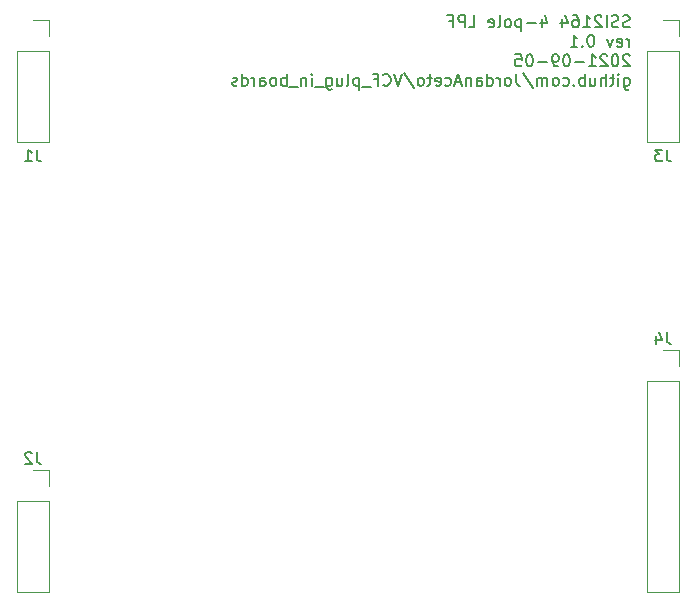
<source format=gbo>
G04 #@! TF.GenerationSoftware,KiCad,Pcbnew,5.1.10-88a1d61d58~90~ubuntu20.04.1*
G04 #@! TF.CreationDate,2021-09-06T13:30:35-04:00*
G04 #@! TF.ProjectId,four_pole_lpf,666f7572-5f70-46f6-9c65-5f6c70662e6b,0.1*
G04 #@! TF.SameCoordinates,Original*
G04 #@! TF.FileFunction,Legend,Bot*
G04 #@! TF.FilePolarity,Positive*
%FSLAX46Y46*%
G04 Gerber Fmt 4.6, Leading zero omitted, Abs format (unit mm)*
G04 Created by KiCad (PCBNEW 5.1.10-88a1d61d58~90~ubuntu20.04.1) date 2021-09-06 13:30:35*
%MOMM*%
%LPD*%
G01*
G04 APERTURE LIST*
%ADD10C,0.150000*%
%ADD11C,0.120000*%
%ADD12C,1.542000*%
%ADD13O,1.802000X1.802000*%
G04 APERTURE END LIST*
D10*
X144492023Y-67779761D02*
X144349166Y-67827380D01*
X144111071Y-67827380D01*
X144015833Y-67779761D01*
X143968214Y-67732142D01*
X143920595Y-67636904D01*
X143920595Y-67541666D01*
X143968214Y-67446428D01*
X144015833Y-67398809D01*
X144111071Y-67351190D01*
X144301547Y-67303571D01*
X144396785Y-67255952D01*
X144444404Y-67208333D01*
X144492023Y-67113095D01*
X144492023Y-67017857D01*
X144444404Y-66922619D01*
X144396785Y-66875000D01*
X144301547Y-66827380D01*
X144063452Y-66827380D01*
X143920595Y-66875000D01*
X143539642Y-67779761D02*
X143396785Y-67827380D01*
X143158690Y-67827380D01*
X143063452Y-67779761D01*
X143015833Y-67732142D01*
X142968214Y-67636904D01*
X142968214Y-67541666D01*
X143015833Y-67446428D01*
X143063452Y-67398809D01*
X143158690Y-67351190D01*
X143349166Y-67303571D01*
X143444404Y-67255952D01*
X143492023Y-67208333D01*
X143539642Y-67113095D01*
X143539642Y-67017857D01*
X143492023Y-66922619D01*
X143444404Y-66875000D01*
X143349166Y-66827380D01*
X143111071Y-66827380D01*
X142968214Y-66875000D01*
X142539642Y-67827380D02*
X142539642Y-66827380D01*
X142111071Y-66922619D02*
X142063452Y-66875000D01*
X141968214Y-66827380D01*
X141730119Y-66827380D01*
X141634880Y-66875000D01*
X141587261Y-66922619D01*
X141539642Y-67017857D01*
X141539642Y-67113095D01*
X141587261Y-67255952D01*
X142158690Y-67827380D01*
X141539642Y-67827380D01*
X140587261Y-67827380D02*
X141158690Y-67827380D01*
X140872976Y-67827380D02*
X140872976Y-66827380D01*
X140968214Y-66970238D01*
X141063452Y-67065476D01*
X141158690Y-67113095D01*
X139730119Y-66827380D02*
X139920595Y-66827380D01*
X140015833Y-66875000D01*
X140063452Y-66922619D01*
X140158690Y-67065476D01*
X140206309Y-67255952D01*
X140206309Y-67636904D01*
X140158690Y-67732142D01*
X140111071Y-67779761D01*
X140015833Y-67827380D01*
X139825357Y-67827380D01*
X139730119Y-67779761D01*
X139682500Y-67732142D01*
X139634880Y-67636904D01*
X139634880Y-67398809D01*
X139682500Y-67303571D01*
X139730119Y-67255952D01*
X139825357Y-67208333D01*
X140015833Y-67208333D01*
X140111071Y-67255952D01*
X140158690Y-67303571D01*
X140206309Y-67398809D01*
X138777738Y-67160714D02*
X138777738Y-67827380D01*
X139015833Y-66779761D02*
X139253928Y-67494047D01*
X138634880Y-67494047D01*
X137063452Y-67160714D02*
X137063452Y-67827380D01*
X137301547Y-66779761D02*
X137539642Y-67494047D01*
X136920595Y-67494047D01*
X136539642Y-67446428D02*
X135777738Y-67446428D01*
X135301547Y-67160714D02*
X135301547Y-68160714D01*
X135301547Y-67208333D02*
X135206309Y-67160714D01*
X135015833Y-67160714D01*
X134920595Y-67208333D01*
X134872976Y-67255952D01*
X134825357Y-67351190D01*
X134825357Y-67636904D01*
X134872976Y-67732142D01*
X134920595Y-67779761D01*
X135015833Y-67827380D01*
X135206309Y-67827380D01*
X135301547Y-67779761D01*
X134253928Y-67827380D02*
X134349166Y-67779761D01*
X134396785Y-67732142D01*
X134444404Y-67636904D01*
X134444404Y-67351190D01*
X134396785Y-67255952D01*
X134349166Y-67208333D01*
X134253928Y-67160714D01*
X134111071Y-67160714D01*
X134015833Y-67208333D01*
X133968214Y-67255952D01*
X133920595Y-67351190D01*
X133920595Y-67636904D01*
X133968214Y-67732142D01*
X134015833Y-67779761D01*
X134111071Y-67827380D01*
X134253928Y-67827380D01*
X133349166Y-67827380D02*
X133444404Y-67779761D01*
X133492023Y-67684523D01*
X133492023Y-66827380D01*
X132587261Y-67779761D02*
X132682500Y-67827380D01*
X132872976Y-67827380D01*
X132968214Y-67779761D01*
X133015833Y-67684523D01*
X133015833Y-67303571D01*
X132968214Y-67208333D01*
X132872976Y-67160714D01*
X132682500Y-67160714D01*
X132587261Y-67208333D01*
X132539642Y-67303571D01*
X132539642Y-67398809D01*
X133015833Y-67494047D01*
X130872976Y-67827380D02*
X131349166Y-67827380D01*
X131349166Y-66827380D01*
X130539642Y-67827380D02*
X130539642Y-66827380D01*
X130158690Y-66827380D01*
X130063452Y-66875000D01*
X130015833Y-66922619D01*
X129968214Y-67017857D01*
X129968214Y-67160714D01*
X130015833Y-67255952D01*
X130063452Y-67303571D01*
X130158690Y-67351190D01*
X130539642Y-67351190D01*
X129206309Y-67303571D02*
X129539642Y-67303571D01*
X129539642Y-67827380D02*
X129539642Y-66827380D01*
X129063452Y-66827380D01*
X144444404Y-69477380D02*
X144444404Y-68810714D01*
X144444404Y-69001190D02*
X144396785Y-68905952D01*
X144349166Y-68858333D01*
X144253928Y-68810714D01*
X144158690Y-68810714D01*
X143444404Y-69429761D02*
X143539642Y-69477380D01*
X143730119Y-69477380D01*
X143825357Y-69429761D01*
X143872976Y-69334523D01*
X143872976Y-68953571D01*
X143825357Y-68858333D01*
X143730119Y-68810714D01*
X143539642Y-68810714D01*
X143444404Y-68858333D01*
X143396785Y-68953571D01*
X143396785Y-69048809D01*
X143872976Y-69144047D01*
X143063452Y-68810714D02*
X142825357Y-69477380D01*
X142587261Y-68810714D01*
X141253928Y-68477380D02*
X141158690Y-68477380D01*
X141063452Y-68525000D01*
X141015833Y-68572619D01*
X140968214Y-68667857D01*
X140920595Y-68858333D01*
X140920595Y-69096428D01*
X140968214Y-69286904D01*
X141015833Y-69382142D01*
X141063452Y-69429761D01*
X141158690Y-69477380D01*
X141253928Y-69477380D01*
X141349166Y-69429761D01*
X141396785Y-69382142D01*
X141444404Y-69286904D01*
X141492023Y-69096428D01*
X141492023Y-68858333D01*
X141444404Y-68667857D01*
X141396785Y-68572619D01*
X141349166Y-68525000D01*
X141253928Y-68477380D01*
X140492023Y-69382142D02*
X140444404Y-69429761D01*
X140492023Y-69477380D01*
X140539642Y-69429761D01*
X140492023Y-69382142D01*
X140492023Y-69477380D01*
X139492023Y-69477380D02*
X140063452Y-69477380D01*
X139777738Y-69477380D02*
X139777738Y-68477380D01*
X139872976Y-68620238D01*
X139968214Y-68715476D01*
X140063452Y-68763095D01*
X144492023Y-70222619D02*
X144444404Y-70175000D01*
X144349166Y-70127380D01*
X144111071Y-70127380D01*
X144015833Y-70175000D01*
X143968214Y-70222619D01*
X143920595Y-70317857D01*
X143920595Y-70413095D01*
X143968214Y-70555952D01*
X144539642Y-71127380D01*
X143920595Y-71127380D01*
X143301547Y-70127380D02*
X143206309Y-70127380D01*
X143111071Y-70175000D01*
X143063452Y-70222619D01*
X143015833Y-70317857D01*
X142968214Y-70508333D01*
X142968214Y-70746428D01*
X143015833Y-70936904D01*
X143063452Y-71032142D01*
X143111071Y-71079761D01*
X143206309Y-71127380D01*
X143301547Y-71127380D01*
X143396785Y-71079761D01*
X143444404Y-71032142D01*
X143492023Y-70936904D01*
X143539642Y-70746428D01*
X143539642Y-70508333D01*
X143492023Y-70317857D01*
X143444404Y-70222619D01*
X143396785Y-70175000D01*
X143301547Y-70127380D01*
X142587261Y-70222619D02*
X142539642Y-70175000D01*
X142444404Y-70127380D01*
X142206309Y-70127380D01*
X142111071Y-70175000D01*
X142063452Y-70222619D01*
X142015833Y-70317857D01*
X142015833Y-70413095D01*
X142063452Y-70555952D01*
X142634880Y-71127380D01*
X142015833Y-71127380D01*
X141063452Y-71127380D02*
X141634880Y-71127380D01*
X141349166Y-71127380D02*
X141349166Y-70127380D01*
X141444404Y-70270238D01*
X141539642Y-70365476D01*
X141634880Y-70413095D01*
X140634880Y-70746428D02*
X139872976Y-70746428D01*
X139206309Y-70127380D02*
X139111071Y-70127380D01*
X139015833Y-70175000D01*
X138968214Y-70222619D01*
X138920595Y-70317857D01*
X138872976Y-70508333D01*
X138872976Y-70746428D01*
X138920595Y-70936904D01*
X138968214Y-71032142D01*
X139015833Y-71079761D01*
X139111071Y-71127380D01*
X139206309Y-71127380D01*
X139301547Y-71079761D01*
X139349166Y-71032142D01*
X139396785Y-70936904D01*
X139444404Y-70746428D01*
X139444404Y-70508333D01*
X139396785Y-70317857D01*
X139349166Y-70222619D01*
X139301547Y-70175000D01*
X139206309Y-70127380D01*
X138396785Y-71127380D02*
X138206309Y-71127380D01*
X138111071Y-71079761D01*
X138063452Y-71032142D01*
X137968214Y-70889285D01*
X137920595Y-70698809D01*
X137920595Y-70317857D01*
X137968214Y-70222619D01*
X138015833Y-70175000D01*
X138111071Y-70127380D01*
X138301547Y-70127380D01*
X138396785Y-70175000D01*
X138444404Y-70222619D01*
X138492023Y-70317857D01*
X138492023Y-70555952D01*
X138444404Y-70651190D01*
X138396785Y-70698809D01*
X138301547Y-70746428D01*
X138111071Y-70746428D01*
X138015833Y-70698809D01*
X137968214Y-70651190D01*
X137920595Y-70555952D01*
X137492023Y-70746428D02*
X136730119Y-70746428D01*
X136063452Y-70127380D02*
X135968214Y-70127380D01*
X135872976Y-70175000D01*
X135825357Y-70222619D01*
X135777738Y-70317857D01*
X135730119Y-70508333D01*
X135730119Y-70746428D01*
X135777738Y-70936904D01*
X135825357Y-71032142D01*
X135872976Y-71079761D01*
X135968214Y-71127380D01*
X136063452Y-71127380D01*
X136158690Y-71079761D01*
X136206309Y-71032142D01*
X136253928Y-70936904D01*
X136301547Y-70746428D01*
X136301547Y-70508333D01*
X136253928Y-70317857D01*
X136206309Y-70222619D01*
X136158690Y-70175000D01*
X136063452Y-70127380D01*
X134825357Y-70127380D02*
X135301547Y-70127380D01*
X135349166Y-70603571D01*
X135301547Y-70555952D01*
X135206309Y-70508333D01*
X134968214Y-70508333D01*
X134872976Y-70555952D01*
X134825357Y-70603571D01*
X134777738Y-70698809D01*
X134777738Y-70936904D01*
X134825357Y-71032142D01*
X134872976Y-71079761D01*
X134968214Y-71127380D01*
X135206309Y-71127380D01*
X135301547Y-71079761D01*
X135349166Y-71032142D01*
X144015833Y-72110714D02*
X144015833Y-72920238D01*
X144063452Y-73015476D01*
X144111071Y-73063095D01*
X144206309Y-73110714D01*
X144349166Y-73110714D01*
X144444404Y-73063095D01*
X144015833Y-72729761D02*
X144111071Y-72777380D01*
X144301547Y-72777380D01*
X144396785Y-72729761D01*
X144444404Y-72682142D01*
X144492023Y-72586904D01*
X144492023Y-72301190D01*
X144444404Y-72205952D01*
X144396785Y-72158333D01*
X144301547Y-72110714D01*
X144111071Y-72110714D01*
X144015833Y-72158333D01*
X143539642Y-72777380D02*
X143539642Y-72110714D01*
X143539642Y-71777380D02*
X143587261Y-71825000D01*
X143539642Y-71872619D01*
X143492023Y-71825000D01*
X143539642Y-71777380D01*
X143539642Y-71872619D01*
X143206309Y-72110714D02*
X142825357Y-72110714D01*
X143063452Y-71777380D02*
X143063452Y-72634523D01*
X143015833Y-72729761D01*
X142920595Y-72777380D01*
X142825357Y-72777380D01*
X142492023Y-72777380D02*
X142492023Y-71777380D01*
X142063452Y-72777380D02*
X142063452Y-72253571D01*
X142111071Y-72158333D01*
X142206309Y-72110714D01*
X142349166Y-72110714D01*
X142444404Y-72158333D01*
X142492023Y-72205952D01*
X141158690Y-72110714D02*
X141158690Y-72777380D01*
X141587261Y-72110714D02*
X141587261Y-72634523D01*
X141539642Y-72729761D01*
X141444404Y-72777380D01*
X141301547Y-72777380D01*
X141206309Y-72729761D01*
X141158690Y-72682142D01*
X140682500Y-72777380D02*
X140682500Y-71777380D01*
X140682500Y-72158333D02*
X140587261Y-72110714D01*
X140396785Y-72110714D01*
X140301547Y-72158333D01*
X140253928Y-72205952D01*
X140206309Y-72301190D01*
X140206309Y-72586904D01*
X140253928Y-72682142D01*
X140301547Y-72729761D01*
X140396785Y-72777380D01*
X140587261Y-72777380D01*
X140682500Y-72729761D01*
X139777738Y-72682142D02*
X139730119Y-72729761D01*
X139777738Y-72777380D01*
X139825357Y-72729761D01*
X139777738Y-72682142D01*
X139777738Y-72777380D01*
X138872976Y-72729761D02*
X138968214Y-72777380D01*
X139158690Y-72777380D01*
X139253928Y-72729761D01*
X139301547Y-72682142D01*
X139349166Y-72586904D01*
X139349166Y-72301190D01*
X139301547Y-72205952D01*
X139253928Y-72158333D01*
X139158690Y-72110714D01*
X138968214Y-72110714D01*
X138872976Y-72158333D01*
X138301547Y-72777380D02*
X138396785Y-72729761D01*
X138444404Y-72682142D01*
X138492023Y-72586904D01*
X138492023Y-72301190D01*
X138444404Y-72205952D01*
X138396785Y-72158333D01*
X138301547Y-72110714D01*
X138158690Y-72110714D01*
X138063452Y-72158333D01*
X138015833Y-72205952D01*
X137968214Y-72301190D01*
X137968214Y-72586904D01*
X138015833Y-72682142D01*
X138063452Y-72729761D01*
X138158690Y-72777380D01*
X138301547Y-72777380D01*
X137539642Y-72777380D02*
X137539642Y-72110714D01*
X137539642Y-72205952D02*
X137492023Y-72158333D01*
X137396785Y-72110714D01*
X137253928Y-72110714D01*
X137158690Y-72158333D01*
X137111071Y-72253571D01*
X137111071Y-72777380D01*
X137111071Y-72253571D02*
X137063452Y-72158333D01*
X136968214Y-72110714D01*
X136825357Y-72110714D01*
X136730119Y-72158333D01*
X136682500Y-72253571D01*
X136682500Y-72777380D01*
X135492023Y-71729761D02*
X136349166Y-73015476D01*
X134872976Y-71777380D02*
X134872976Y-72491666D01*
X134920595Y-72634523D01*
X135015833Y-72729761D01*
X135158690Y-72777380D01*
X135253928Y-72777380D01*
X134253928Y-72777380D02*
X134349166Y-72729761D01*
X134396785Y-72682142D01*
X134444404Y-72586904D01*
X134444404Y-72301190D01*
X134396785Y-72205952D01*
X134349166Y-72158333D01*
X134253928Y-72110714D01*
X134111071Y-72110714D01*
X134015833Y-72158333D01*
X133968214Y-72205952D01*
X133920595Y-72301190D01*
X133920595Y-72586904D01*
X133968214Y-72682142D01*
X134015833Y-72729761D01*
X134111071Y-72777380D01*
X134253928Y-72777380D01*
X133492023Y-72777380D02*
X133492023Y-72110714D01*
X133492023Y-72301190D02*
X133444404Y-72205952D01*
X133396785Y-72158333D01*
X133301547Y-72110714D01*
X133206309Y-72110714D01*
X132444404Y-72777380D02*
X132444404Y-71777380D01*
X132444404Y-72729761D02*
X132539642Y-72777380D01*
X132730119Y-72777380D01*
X132825357Y-72729761D01*
X132872976Y-72682142D01*
X132920595Y-72586904D01*
X132920595Y-72301190D01*
X132872976Y-72205952D01*
X132825357Y-72158333D01*
X132730119Y-72110714D01*
X132539642Y-72110714D01*
X132444404Y-72158333D01*
X131539642Y-72777380D02*
X131539642Y-72253571D01*
X131587261Y-72158333D01*
X131682500Y-72110714D01*
X131872976Y-72110714D01*
X131968214Y-72158333D01*
X131539642Y-72729761D02*
X131634880Y-72777380D01*
X131872976Y-72777380D01*
X131968214Y-72729761D01*
X132015833Y-72634523D01*
X132015833Y-72539285D01*
X131968214Y-72444047D01*
X131872976Y-72396428D01*
X131634880Y-72396428D01*
X131539642Y-72348809D01*
X131063452Y-72110714D02*
X131063452Y-72777380D01*
X131063452Y-72205952D02*
X131015833Y-72158333D01*
X130920595Y-72110714D01*
X130777738Y-72110714D01*
X130682500Y-72158333D01*
X130634880Y-72253571D01*
X130634880Y-72777380D01*
X130206309Y-72491666D02*
X129730119Y-72491666D01*
X130301547Y-72777380D02*
X129968214Y-71777380D01*
X129634880Y-72777380D01*
X128872976Y-72729761D02*
X128968214Y-72777380D01*
X129158690Y-72777380D01*
X129253928Y-72729761D01*
X129301547Y-72682142D01*
X129349166Y-72586904D01*
X129349166Y-72301190D01*
X129301547Y-72205952D01*
X129253928Y-72158333D01*
X129158690Y-72110714D01*
X128968214Y-72110714D01*
X128872976Y-72158333D01*
X128063452Y-72729761D02*
X128158690Y-72777380D01*
X128349166Y-72777380D01*
X128444404Y-72729761D01*
X128492023Y-72634523D01*
X128492023Y-72253571D01*
X128444404Y-72158333D01*
X128349166Y-72110714D01*
X128158690Y-72110714D01*
X128063452Y-72158333D01*
X128015833Y-72253571D01*
X128015833Y-72348809D01*
X128492023Y-72444047D01*
X127730119Y-72110714D02*
X127349166Y-72110714D01*
X127587261Y-71777380D02*
X127587261Y-72634523D01*
X127539642Y-72729761D01*
X127444404Y-72777380D01*
X127349166Y-72777380D01*
X126872976Y-72777380D02*
X126968214Y-72729761D01*
X127015833Y-72682142D01*
X127063452Y-72586904D01*
X127063452Y-72301190D01*
X127015833Y-72205952D01*
X126968214Y-72158333D01*
X126872976Y-72110714D01*
X126730119Y-72110714D01*
X126634880Y-72158333D01*
X126587261Y-72205952D01*
X126539642Y-72301190D01*
X126539642Y-72586904D01*
X126587261Y-72682142D01*
X126634880Y-72729761D01*
X126730119Y-72777380D01*
X126872976Y-72777380D01*
X125396785Y-71729761D02*
X126253928Y-73015476D01*
X125206309Y-71777380D02*
X124872976Y-72777380D01*
X124539642Y-71777380D01*
X123634880Y-72682142D02*
X123682500Y-72729761D01*
X123825357Y-72777380D01*
X123920595Y-72777380D01*
X124063452Y-72729761D01*
X124158690Y-72634523D01*
X124206309Y-72539285D01*
X124253928Y-72348809D01*
X124253928Y-72205952D01*
X124206309Y-72015476D01*
X124158690Y-71920238D01*
X124063452Y-71825000D01*
X123920595Y-71777380D01*
X123825357Y-71777380D01*
X123682500Y-71825000D01*
X123634880Y-71872619D01*
X122872976Y-72253571D02*
X123206309Y-72253571D01*
X123206309Y-72777380D02*
X123206309Y-71777380D01*
X122730119Y-71777380D01*
X122587261Y-72872619D02*
X121825357Y-72872619D01*
X121587261Y-72110714D02*
X121587261Y-73110714D01*
X121587261Y-72158333D02*
X121492023Y-72110714D01*
X121301547Y-72110714D01*
X121206309Y-72158333D01*
X121158690Y-72205952D01*
X121111071Y-72301190D01*
X121111071Y-72586904D01*
X121158690Y-72682142D01*
X121206309Y-72729761D01*
X121301547Y-72777380D01*
X121492023Y-72777380D01*
X121587261Y-72729761D01*
X120539642Y-72777380D02*
X120634880Y-72729761D01*
X120682500Y-72634523D01*
X120682500Y-71777380D01*
X119730119Y-72110714D02*
X119730119Y-72777380D01*
X120158690Y-72110714D02*
X120158690Y-72634523D01*
X120111071Y-72729761D01*
X120015833Y-72777380D01*
X119872976Y-72777380D01*
X119777738Y-72729761D01*
X119730119Y-72682142D01*
X118825357Y-72110714D02*
X118825357Y-72920238D01*
X118872976Y-73015476D01*
X118920595Y-73063095D01*
X119015833Y-73110714D01*
X119158690Y-73110714D01*
X119253928Y-73063095D01*
X118825357Y-72729761D02*
X118920595Y-72777380D01*
X119111071Y-72777380D01*
X119206309Y-72729761D01*
X119253928Y-72682142D01*
X119301547Y-72586904D01*
X119301547Y-72301190D01*
X119253928Y-72205952D01*
X119206309Y-72158333D01*
X119111071Y-72110714D01*
X118920595Y-72110714D01*
X118825357Y-72158333D01*
X118587261Y-72872619D02*
X117825357Y-72872619D01*
X117587261Y-72777380D02*
X117587261Y-72110714D01*
X117587261Y-71777380D02*
X117634880Y-71825000D01*
X117587261Y-71872619D01*
X117539642Y-71825000D01*
X117587261Y-71777380D01*
X117587261Y-71872619D01*
X117111071Y-72110714D02*
X117111071Y-72777380D01*
X117111071Y-72205952D02*
X117063452Y-72158333D01*
X116968214Y-72110714D01*
X116825357Y-72110714D01*
X116730119Y-72158333D01*
X116682500Y-72253571D01*
X116682500Y-72777380D01*
X116444404Y-72872619D02*
X115682500Y-72872619D01*
X115444404Y-72777380D02*
X115444404Y-71777380D01*
X115444404Y-72158333D02*
X115349166Y-72110714D01*
X115158690Y-72110714D01*
X115063452Y-72158333D01*
X115015833Y-72205952D01*
X114968214Y-72301190D01*
X114968214Y-72586904D01*
X115015833Y-72682142D01*
X115063452Y-72729761D01*
X115158690Y-72777380D01*
X115349166Y-72777380D01*
X115444404Y-72729761D01*
X114396785Y-72777380D02*
X114492023Y-72729761D01*
X114539642Y-72682142D01*
X114587261Y-72586904D01*
X114587261Y-72301190D01*
X114539642Y-72205952D01*
X114492023Y-72158333D01*
X114396785Y-72110714D01*
X114253928Y-72110714D01*
X114158690Y-72158333D01*
X114111071Y-72205952D01*
X114063452Y-72301190D01*
X114063452Y-72586904D01*
X114111071Y-72682142D01*
X114158690Y-72729761D01*
X114253928Y-72777380D01*
X114396785Y-72777380D01*
X113206309Y-72777380D02*
X113206309Y-72253571D01*
X113253928Y-72158333D01*
X113349166Y-72110714D01*
X113539642Y-72110714D01*
X113634880Y-72158333D01*
X113206309Y-72729761D02*
X113301547Y-72777380D01*
X113539642Y-72777380D01*
X113634880Y-72729761D01*
X113682500Y-72634523D01*
X113682500Y-72539285D01*
X113634880Y-72444047D01*
X113539642Y-72396428D01*
X113301547Y-72396428D01*
X113206309Y-72348809D01*
X112730119Y-72777380D02*
X112730119Y-72110714D01*
X112730119Y-72301190D02*
X112682500Y-72205952D01*
X112634880Y-72158333D01*
X112539642Y-72110714D01*
X112444404Y-72110714D01*
X111682500Y-72777380D02*
X111682500Y-71777380D01*
X111682500Y-72729761D02*
X111777738Y-72777380D01*
X111968214Y-72777380D01*
X112063452Y-72729761D01*
X112111071Y-72682142D01*
X112158690Y-72586904D01*
X112158690Y-72301190D01*
X112111071Y-72205952D01*
X112063452Y-72158333D01*
X111968214Y-72110714D01*
X111777738Y-72110714D01*
X111682500Y-72158333D01*
X111253928Y-72729761D02*
X111158690Y-72777380D01*
X110968214Y-72777380D01*
X110872976Y-72729761D01*
X110825357Y-72634523D01*
X110825357Y-72586904D01*
X110872976Y-72491666D01*
X110968214Y-72444047D01*
X111111071Y-72444047D01*
X111206309Y-72396428D01*
X111253928Y-72301190D01*
X111253928Y-72253571D01*
X111206309Y-72158333D01*
X111111071Y-72110714D01*
X110968214Y-72110714D01*
X110872976Y-72158333D01*
D11*
X148650000Y-95190000D02*
X147320000Y-95190000D01*
X148650000Y-96520000D02*
X148650000Y-95190000D01*
X148650000Y-97790000D02*
X145990000Y-97790000D01*
X145990000Y-97790000D02*
X145990000Y-115630000D01*
X148650000Y-97790000D02*
X148650000Y-115630000D01*
X148650000Y-115630000D02*
X145990000Y-115630000D01*
X148650000Y-67250000D02*
X147320000Y-67250000D01*
X148650000Y-68580000D02*
X148650000Y-67250000D01*
X148650000Y-69850000D02*
X145990000Y-69850000D01*
X145990000Y-69850000D02*
X145990000Y-77530000D01*
X148650000Y-69850000D02*
X148650000Y-77530000D01*
X148650000Y-77530000D02*
X145990000Y-77530000D01*
X95310000Y-105350000D02*
X93980000Y-105350000D01*
X95310000Y-106680000D02*
X95310000Y-105350000D01*
X95310000Y-107950000D02*
X92650000Y-107950000D01*
X92650000Y-107950000D02*
X92650000Y-115630000D01*
X95310000Y-107950000D02*
X95310000Y-115630000D01*
X95310000Y-115630000D02*
X92650000Y-115630000D01*
X95310000Y-67250000D02*
X93980000Y-67250000D01*
X95310000Y-68580000D02*
X95310000Y-67250000D01*
X95310000Y-69850000D02*
X92650000Y-69850000D01*
X92650000Y-69850000D02*
X92650000Y-77530000D01*
X95310000Y-69850000D02*
X95310000Y-77530000D01*
X95310000Y-77530000D02*
X92650000Y-77530000D01*
D10*
X147653333Y-93642380D02*
X147653333Y-94356666D01*
X147700952Y-94499523D01*
X147796190Y-94594761D01*
X147939047Y-94642380D01*
X148034285Y-94642380D01*
X146748571Y-93975714D02*
X146748571Y-94642380D01*
X146986666Y-93594761D02*
X147224761Y-94309047D01*
X146605714Y-94309047D01*
X147653333Y-78192380D02*
X147653333Y-78906666D01*
X147700952Y-79049523D01*
X147796190Y-79144761D01*
X147939047Y-79192380D01*
X148034285Y-79192380D01*
X147272380Y-78192380D02*
X146653333Y-78192380D01*
X146986666Y-78573333D01*
X146843809Y-78573333D01*
X146748571Y-78620952D01*
X146700952Y-78668571D01*
X146653333Y-78763809D01*
X146653333Y-79001904D01*
X146700952Y-79097142D01*
X146748571Y-79144761D01*
X146843809Y-79192380D01*
X147129523Y-79192380D01*
X147224761Y-79144761D01*
X147272380Y-79097142D01*
X94313333Y-103802380D02*
X94313333Y-104516666D01*
X94360952Y-104659523D01*
X94456190Y-104754761D01*
X94599047Y-104802380D01*
X94694285Y-104802380D01*
X93884761Y-103897619D02*
X93837142Y-103850000D01*
X93741904Y-103802380D01*
X93503809Y-103802380D01*
X93408571Y-103850000D01*
X93360952Y-103897619D01*
X93313333Y-103992857D01*
X93313333Y-104088095D01*
X93360952Y-104230952D01*
X93932380Y-104802380D01*
X93313333Y-104802380D01*
X94313333Y-78192380D02*
X94313333Y-78906666D01*
X94360952Y-79049523D01*
X94456190Y-79144761D01*
X94599047Y-79192380D01*
X94694285Y-79192380D01*
X93313333Y-79192380D02*
X93884761Y-79192380D01*
X93599047Y-79192380D02*
X93599047Y-78192380D01*
X93694285Y-78335238D01*
X93789523Y-78430476D01*
X93884761Y-78478095D01*
%LPC*%
D12*
X110490000Y-106680000D03*
X110490000Y-109220000D03*
X110490000Y-111760000D03*
X104775000Y-106680000D03*
X104775000Y-109220000D03*
X104775000Y-111760000D03*
X99060000Y-106680000D03*
X99060000Y-109220000D03*
X99060000Y-111760000D03*
D13*
X147320000Y-114300000D03*
X147320000Y-111760000D03*
X147320000Y-109220000D03*
X147320000Y-106680000D03*
X147320000Y-104140000D03*
X147320000Y-101600000D03*
X147320000Y-99060000D03*
G36*
G01*
X148221000Y-95670000D02*
X148221000Y-97370000D01*
G75*
G02*
X148170000Y-97421000I-51000J0D01*
G01*
X146470000Y-97421000D01*
G75*
G02*
X146419000Y-97370000I0J51000D01*
G01*
X146419000Y-95670000D01*
G75*
G02*
X146470000Y-95619000I51000J0D01*
G01*
X148170000Y-95619000D01*
G75*
G02*
X148221000Y-95670000I0J-51000D01*
G01*
G37*
X147320000Y-76200000D03*
X147320000Y-73660000D03*
X147320000Y-71120000D03*
G36*
G01*
X148221000Y-67730000D02*
X148221000Y-69430000D01*
G75*
G02*
X148170000Y-69481000I-51000J0D01*
G01*
X146470000Y-69481000D01*
G75*
G02*
X146419000Y-69430000I0J51000D01*
G01*
X146419000Y-67730000D01*
G75*
G02*
X146470000Y-67679000I51000J0D01*
G01*
X148170000Y-67679000D01*
G75*
G02*
X148221000Y-67730000I0J-51000D01*
G01*
G37*
X93980000Y-114300000D03*
X93980000Y-111760000D03*
X93980000Y-109220000D03*
G36*
G01*
X94881000Y-105830000D02*
X94881000Y-107530000D01*
G75*
G02*
X94830000Y-107581000I-51000J0D01*
G01*
X93130000Y-107581000D01*
G75*
G02*
X93079000Y-107530000I0J51000D01*
G01*
X93079000Y-105830000D01*
G75*
G02*
X93130000Y-105779000I51000J0D01*
G01*
X94830000Y-105779000D01*
G75*
G02*
X94881000Y-105830000I0J-51000D01*
G01*
G37*
X93980000Y-76200000D03*
X93980000Y-73660000D03*
X93980000Y-71120000D03*
G36*
G01*
X94881000Y-67730000D02*
X94881000Y-69430000D01*
G75*
G02*
X94830000Y-69481000I-51000J0D01*
G01*
X93130000Y-69481000D01*
G75*
G02*
X93079000Y-69430000I0J51000D01*
G01*
X93079000Y-67730000D01*
G75*
G02*
X93130000Y-67679000I51000J0D01*
G01*
X94830000Y-67679000D01*
G75*
G02*
X94881000Y-67730000I0J-51000D01*
G01*
G37*
M02*

</source>
